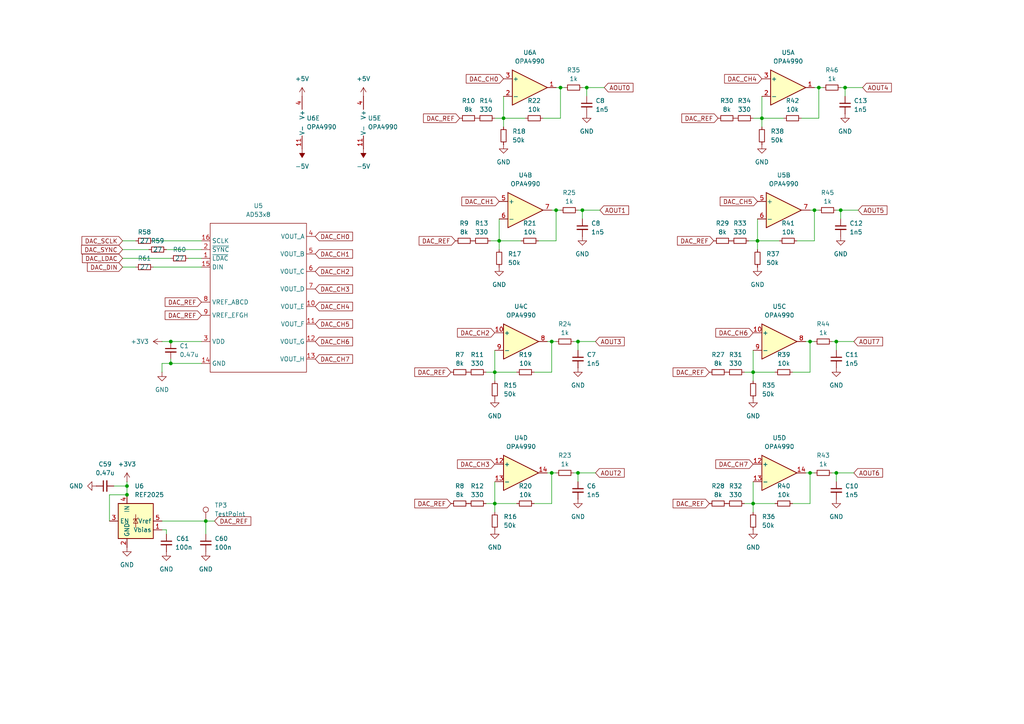
<source format=kicad_sch>
(kicad_sch (version 20231120) (generator "eeschema") (generator_version "8.0")
  (paper "A4")
  (lib_symbols
    (symbol "Amplifier_Operational:LMV324" (pin_names (offset 0.127))
      (property "Reference" "U" (at 0 5.08 0))
      (property "Value" "LMV324" (at 0 -5.08 0))
      (symbol "LMV324_1_1"
        (polyline (pts (xy -5.08 5.08) (xy 5.08 0) (xy -5.08 -5.08) (xy -5.08 5.08)) (stroke (width 0.254)) (fill (type background)))
        (pin output line (at 7.62 0 180) (length 2.54) (name "~") (number "1"))
        (pin input line (at -7.62 -2.54 0) (length 2.54) (name "-") (number "2"))
        (pin input line (at -7.62 2.54 0) (length 2.54) (name "+") (number "3"))
      )
      (symbol "LMV324_2_1"
        (polyline (pts (xy -5.08 5.08) (xy 5.08 0) (xy -5.08 -5.08) (xy -5.08 5.08)) (stroke (width 0.254)) (fill (type background)))
        (pin input line (at -7.62 2.54 0) (length 2.54) (name "+") (number "5"))
        (pin input line (at -7.62 -2.54 0) (length 2.54) (name "-") (number "6"))
        (pin output line (at 7.62 0 180) (length 2.54) (name "~") (number "7"))
      )
      (symbol "LMV324_3_1"
        (polyline (pts (xy -5.08 5.08) (xy 5.08 0) (xy -5.08 -5.08) (xy -5.08 5.08)) (stroke (width 0.254)) (fill (type background)))
        (pin input line (at -7.62 2.54 0) (length 2.54) (name "+") (number "10"))
        (pin output line (at 7.62 0 180) (length 2.54) (name "~") (number "8"))
        (pin input line (at -7.62 -2.54 0) (length 2.54) (name "-") (number "9"))
      )
      (symbol "LMV324_4_1"
        (polyline (pts (xy -5.08 5.08) (xy 5.08 0) (xy -5.08 -5.08) (xy -5.08 5.08)) (stroke (width 0.254)) (fill (type background)))
        (pin input line (at -7.62 2.54 0) (length 2.54) (name "+") (number "12"))
        (pin input line (at -7.62 -2.54 0) (length 2.54) (name "-") (number "13"))
        (pin output line (at 7.62 0 180) (length 2.54) (name "~") (number "14"))
      )
      (symbol "LMV324_5_1"
        (pin power_in line (at -2.54 -7.62 90) (length 3.81) (name "V-") (number "11"))
        (pin power_in line (at -2.54 7.62 270) (length 3.81) (name "V+") (number "4"))
      )
    )
    (symbol "Connector:TestPoint" (pin_numbers hide) (pin_names (offset 0.762) hide)
      (property "Reference" "TP" (at 0 6.858 0))
      (property "Value" "TestPoint" (at 0 5.08 0))
      (symbol "TestPoint_0_1"
        (circle (center 0 3.302) (radius 0.762))
      )
      (symbol "TestPoint_1_1"
        (pin passive line (at 0 0 90) (length 2.54) (name "1") (number "1"))
      )
    )
    (symbol "Device:C_Small" (pin_numbers hide) (pin_names (offset 0.254) hide)
      (property "Reference" "C" (at 0.254 1.778 0))
      (property "Value" "C_Small" (at 0.254 -2.032 0))
      (symbol "C_Small_0_1"
        (polyline (pts (xy -1.524 -0.508) (xy 1.524 -0.508)) (stroke (width 0.3302)))
        (polyline (pts (xy -1.524 0.508) (xy 1.524 0.508)) (stroke (width 0.3048)))
      )
      (symbol "C_Small_1_1"
        (pin passive line (at 0 2.54 270) (length 2.032) (name "~") (number "1"))
        (pin passive line (at 0 -2.54 90) (length 2.032) (name "~") (number "2"))
      )
    )
    (symbol "Device:R_Small" (pin_numbers hide) (pin_names (offset 0.254) hide)
      (property "Reference" "R" (at 0.762 0.508 0))
      (property "Value" "R_Small" (at 0.762 -1.016 0))
      (symbol "R_Small_0_1"
        (rectangle (start -0.762 1.778) (end 0.762 -1.778) (stroke (width 0.2032)))
      )
      (symbol "R_Small_1_1"
        (pin passive line (at 0 2.54 270) (length 0.762) (name "~") (number "1"))
        (pin passive line (at 0 -2.54 90) (length 0.762) (name "~") (number "2"))
      )
    )
    (symbol "Reference_Voltage:REF2025"
      (property "Reference" "U?" (at 5.08 7.62 0))
      (property "Value" "REF2025" (at -2.54 7.62 0))
      (symbol "REF2025_0_1"
        (rectangle (start -5.08 5.08) (end 5.08 -5.08) (stroke (width 0.254)) (fill (type background)))
        (polyline (pts (xy 0 1.905) (xy 0 -1.905)))
        (polyline (pts (xy -0.635 -0.635) (xy 0.635 -0.635) (xy 0 0.635) (xy -0.635 -0.635)))
        (polyline (pts (xy 0.635 1.016) (xy 0.635 0.635) (xy -0.635 0.635) (xy -0.635 0.254)))
      )
      (symbol "REF2025_1_1"
        (pin output line (at 7.62 -2.54 180) (length 2.54) (name "Vbias") (number "1"))
        (pin power_in line (at -2.54 -7.62 90) (length 2.54) (name "GND") (number "2"))
        (pin input line (at -7.62 0 0) (length 2.54) (name "EN") (number "3"))
        (pin power_in line (at -2.54 7.62 270) (length 2.54) (name "IN") (number "4"))
        (pin output line (at 7.62 0 180) (length 2.54) (name "Vref") (number "5"))
      )
    )
    (symbol "power:+3V3" (power) (pin_numbers hide) (pin_names (offset 0) hide)
      (property "Value" "+3V3" (at 0 3.556 0))
      (symbol "+3V3_0_1"
        (polyline (pts (xy -0.762 1.27) (xy 0 2.54)))
        (polyline (pts (xy 0 0) (xy 0 2.54)))
        (polyline (pts (xy 0 2.54) (xy 0.762 1.27)))
      )
      (symbol "+3V3_1_1"
        (pin power_in line (at 0 0 90) (length 0) (name "~") (number "1"))
      )
    )
    (symbol "power:+5V" (power) (pin_numbers hide) (pin_names (offset 0) hide)
      (property "Value" "+5V" (at 0 3.556 0))
      (symbol "+5V_0_1"
        (polyline (pts (xy -0.762 1.27) (xy 0 2.54)))
        (polyline (pts (xy 0 0) (xy 0 2.54)))
        (polyline (pts (xy 0 2.54) (xy 0.762 1.27)))
      )
      (symbol "+5V_1_1"
        (pin power_in line (at 0 0 90) (length 0) (name "~") (number "1"))
      )
    )
    (symbol "power:-5V" (power) (pin_numbers hide) (pin_names (offset 0) hide)
      (property "Value" "-5V" (at 0 3.556 0))
      (symbol "-5V_0_0"
        (pin power_in line (at 0 0 90) (length 0) (name "~") (number "1"))
      )
      (symbol "-5V_0_1"
        (polyline (pts (xy 0 0) (xy 0 1.27) (xy 0.762 1.27) (xy 0 2.54) (xy -0.762 1.27) (xy 0 1.27)) (fill (type outline)))
      )
    )
    (symbol "power:GND" (power) (pin_numbers hide) (pin_names (offset 0) hide)
      (property "Value" "GND" (at 0 -3.81 0))
      (symbol "GND_0_1"
        (polyline (pts (xy 0 0) (xy 0 -1.27) (xy 1.27 -1.27) (xy 0 -2.54) (xy -1.27 -1.27) (xy 0 -1.27)))
      )
      (symbol "GND_1_1"
        (pin power_in line (at 0 0 270) (length 0) (name "~") (number "1"))
      )
    )
    (symbol "user_dac:ad5328"
      (property "Reference" "U" (at -11.938 9.906 0))
      (property "Value" "AD53x8" (at 0 0 0))
      (symbol "ad5328_0_0"
        (pin unspecified line (at 17.78 -16.51 180) (length 2.54) (name "VOUT_E") (number "10"))
        (pin unspecified line (at 17.78 -21.59 180) (length 2.54) (name "VOUT_F") (number "11"))
        (pin unspecified line (at 17.78 -26.67 180) (length 2.54) (name "VOUT_G") (number "12"))
        (pin unspecified line (at 17.78 -31.75 180) (length 2.54) (name "VOUT_H") (number "13"))
        (pin power_in line (at -15.24 -33.02 0) (length 2.54) (name "GND") (number "14"))
        (pin unspecified line (at -15.24 -5.08 0) (length 2.54) (name "DIN") (number "15"))
        (pin unspecified line (at -15.24 2.54 0) (length 2.54) (name "SCLK") (number "16"))
        (pin power_in line (at -15.24 -26.67 0) (length 2.54) (name "VDD") (number "3"))
        (pin unspecified line (at 17.78 3.81 180) (length 2.54) (name "VOUT_A") (number "4"))
        (pin unspecified line (at 17.78 -1.27 180) (length 2.54) (name "VOUT_B") (number "5"))
        (pin unspecified line (at 17.78 -6.35 180) (length 2.54) (name "VOUT_C") (number "6"))
        (pin unspecified line (at 17.78 -11.43 180) (length 2.54) (name "VOUT_D") (number "7"))
        (pin unspecified line (at -15.24 -15.24 0) (length 2.54) (name "VREF_ABCD") (number "8"))
        (pin unspecified line (at -15.24 -19.05 0) (length 2.54) (name "VREF_EFGH") (number "9"))
      )
      (symbol "ad5328_0_1"
        (rectangle (start -12.7 7.62) (end 15.24 -35.56))
      )
      (symbol "ad5328_1_0"
        (pin unspecified line (at -15.24 -2.54 0) (length 2.54) (name "~{LDAC}") (number "1"))
        (pin unspecified line (at -15.24 0 0) (length 2.54) (name "~{SYNC}") (number "2"))
      )
    )
  )
  (junction (at 36.83 140.97))
  (junction (at 162.56 25.4))
  (junction (at 237.49 25.4))
  (junction (at 144.78 69.85))
  (junction (at 234.95 99.06))
  (junction (at 218.44 146.05))
  (junction (at 242.57 137.16))
  (junction (at 218.44 107.95))
  (junction (at 161.29 60.96))
  (junction (at 167.64 137.16))
  (junction (at 160.02 99.06))
  (junction (at 168.91 60.96))
  (junction (at 245.11 25.4))
  (junction (at 219.71 69.85))
  (junction (at 160.02 137.16))
  (junction (at 143.51 146.05))
  (junction (at 146.05 34.29))
  (junction (at 143.51 107.95))
  (junction (at 59.69 151.13))
  (junction (at 234.95 137.16))
  (junction (at 49.53 99.06))
  (junction (at 170.18 25.4))
  (junction (at 220.98 34.29))
  (junction (at 49.53 105.41))
  (junction (at 236.22 60.96))
  (junction (at 36.83 143.51))
  (junction (at 243.84 60.96))
  (junction (at 167.64 99.06))
  (junction (at 242.57 99.06))
  (wire (pts (xy 144.78 69.85) (xy 151.13 69.85)))
  (wire (pts (xy 218.44 34.29) (xy 220.98 34.29)))
  (wire (pts (xy 219.71 69.85) (xy 226.06 69.85)))
  (wire (pts (xy 236.22 60.96) (xy 237.49 60.96)))
  (wire (pts (xy 215.9 107.95) (xy 218.44 107.95)))
  (wire (pts (xy 242.57 99.06) (xy 247.65 99.06)))
  (wire (pts (xy 46.99 99.06) (xy 49.53 99.06)))
  (wire (pts (xy 161.29 60.96) (xy 162.56 60.96)))
  (wire (pts (xy 35.56 69.85) (xy 39.37 69.85)))
  (wire (pts (xy 35.56 72.39) (xy 43.18 72.39)))
  (wire (pts (xy 170.18 25.4) (xy 175.26 25.4)))
  (wire (pts (xy 143.51 148.59) (xy 143.51 146.05)))
  (wire (pts (xy 168.91 63.5) (xy 168.91 60.96)))
  (wire (pts (xy 220.98 27.94) (xy 220.98 34.29)))
  (wire (pts (xy 160.02 137.16) (xy 161.29 137.16)))
  (wire (pts (xy 233.68 137.16) (xy 234.95 137.16)))
  (wire (pts (xy 59.69 151.13) (xy 59.69 154.94)))
  (wire (pts (xy 36.83 139.7) (xy 36.83 140.97)))
  (wire (pts (xy 160.02 137.16) (xy 160.02 146.05)))
  (wire (pts (xy 242.57 139.7) (xy 242.57 137.16)))
  (wire (pts (xy 162.56 25.4) (xy 163.83 25.4)))
  (wire (pts (xy 59.69 151.13) (xy 62.23 151.13)))
  (wire (pts (xy 170.18 25.4) (xy 168.91 25.4)))
  (wire (pts (xy 167.64 101.6) (xy 167.64 99.06)))
  (wire (pts (xy 143.51 101.6) (xy 143.51 107.95)))
  (wire (pts (xy 54.61 74.93) (xy 58.42 74.93)))
  (wire (pts (xy 167.64 139.7) (xy 167.64 137.16)))
  (wire (pts (xy 49.53 105.41) (xy 46.99 105.41)))
  (wire (pts (xy 236.22 25.4) (xy 237.49 25.4)))
  (wire (pts (xy 162.56 25.4) (xy 162.56 34.29)))
  (wire (pts (xy 160.02 99.06) (xy 160.02 107.95)))
  (wire (pts (xy 236.22 60.96) (xy 236.22 69.85)))
  (wire (pts (xy 234.95 99.06) (xy 236.22 99.06)))
  (wire (pts (xy 242.57 137.16) (xy 241.3 137.16)))
  (wire (pts (xy 218.44 146.05) (xy 224.79 146.05)))
  (wire (pts (xy 242.57 137.16) (xy 247.65 137.16)))
  (wire (pts (xy 234.95 99.06) (xy 234.95 107.95)))
  (wire (pts (xy 167.64 99.06) (xy 166.37 99.06)))
  (wire (pts (xy 48.26 72.39) (xy 58.42 72.39)))
  (wire (pts (xy 167.64 99.06) (xy 172.72 99.06)))
  (wire (pts (xy 219.71 72.39) (xy 219.71 69.85)))
  (wire (pts (xy 154.94 146.05) (xy 160.02 146.05)))
  (wire (pts (xy 158.75 99.06) (xy 160.02 99.06)))
  (wire (pts (xy 157.48 34.29) (xy 162.56 34.29)))
  (wire (pts (xy 218.44 139.7) (xy 218.44 146.05)))
  (wire (pts (xy 143.51 110.49) (xy 143.51 107.95)))
  (wire (pts (xy 154.94 107.95) (xy 160.02 107.95)))
  (wire (pts (xy 167.64 137.16) (xy 172.72 137.16)))
  (wire (pts (xy 146.05 36.83) (xy 146.05 34.29)))
  (wire (pts (xy 243.84 63.5) (xy 243.84 60.96)))
  (wire (pts (xy 229.87 146.05) (xy 234.95 146.05)))
  (wire (pts (xy 245.11 25.4) (xy 243.84 25.4)))
  (wire (pts (xy 215.9 146.05) (xy 218.44 146.05)))
  (wire (pts (xy 49.53 104.14) (xy 49.53 105.41)))
  (wire (pts (xy 170.18 27.94) (xy 170.18 25.4)))
  (wire (pts (xy 46.99 153.67) (xy 48.26 153.67)))
  (wire (pts (xy 237.49 25.4) (xy 237.49 34.29)))
  (wire (pts (xy 219.71 63.5) (xy 219.71 69.85)))
  (wire (pts (xy 245.11 27.94) (xy 245.11 25.4)))
  (wire (pts (xy 220.98 36.83) (xy 220.98 34.29)))
  (wire (pts (xy 232.41 34.29) (xy 237.49 34.29)))
  (wire (pts (xy 44.45 77.47) (xy 58.42 77.47)))
  (wire (pts (xy 218.44 107.95) (xy 224.79 107.95)))
  (wire (pts (xy 36.83 140.97) (xy 36.83 143.51)))
  (wire (pts (xy 161.29 25.4) (xy 162.56 25.4)))
  (wire (pts (xy 160.02 99.06) (xy 161.29 99.06)))
  (wire (pts (xy 161.29 60.96) (xy 161.29 69.85)))
  (wire (pts (xy 231.14 69.85) (xy 236.22 69.85)))
  (wire (pts (xy 243.84 60.96) (xy 242.57 60.96)))
  (wire (pts (xy 48.26 153.67) (xy 48.26 154.94)))
  (wire (pts (xy 146.05 27.94) (xy 146.05 34.29)))
  (wire (pts (xy 31.75 151.13) (xy 31.75 143.51)))
  (wire (pts (xy 158.75 137.16) (xy 160.02 137.16)))
  (wire (pts (xy 160.02 60.96) (xy 161.29 60.96)))
  (wire (pts (xy 143.51 107.95) (xy 149.86 107.95)))
  (wire (pts (xy 234.95 60.96) (xy 236.22 60.96)))
  (wire (pts (xy 237.49 25.4) (xy 238.76 25.4)))
  (wire (pts (xy 44.45 69.85) (xy 58.42 69.85)))
  (wire (pts (xy 233.68 99.06) (xy 234.95 99.06)))
  (wire (pts (xy 167.64 137.16) (xy 166.37 137.16)))
  (wire (pts (xy 245.11 25.4) (xy 250.19 25.4)))
  (wire (pts (xy 156.21 69.85) (xy 161.29 69.85)))
  (wire (pts (xy 144.78 72.39) (xy 144.78 69.85)))
  (wire (pts (xy 49.53 99.06) (xy 58.42 99.06)))
  (wire (pts (xy 168.91 60.96) (xy 173.99 60.96)))
  (wire (pts (xy 140.97 146.05) (xy 143.51 146.05)))
  (wire (pts (xy 142.24 69.85) (xy 144.78 69.85)))
  (wire (pts (xy 218.44 148.59) (xy 218.44 146.05)))
  (wire (pts (xy 217.17 69.85) (xy 219.71 69.85)))
  (wire (pts (xy 35.56 74.93) (xy 49.53 74.93)))
  (wire (pts (xy 143.51 34.29) (xy 146.05 34.29)))
  (wire (pts (xy 143.51 146.05) (xy 149.86 146.05)))
  (wire (pts (xy 220.98 34.29) (xy 227.33 34.29)))
  (wire (pts (xy 144.78 63.5) (xy 144.78 69.85)))
  (wire (pts (xy 143.51 139.7) (xy 143.51 146.05)))
  (wire (pts (xy 243.84 60.96) (xy 248.92 60.96)))
  (wire (pts (xy 242.57 101.6) (xy 242.57 99.06)))
  (wire (pts (xy 146.05 34.29) (xy 152.4 34.29)))
  (wire (pts (xy 218.44 110.49) (xy 218.44 107.95)))
  (wire (pts (xy 218.44 101.6) (xy 218.44 107.95)))
  (wire (pts (xy 168.91 60.96) (xy 167.64 60.96)))
  (wire (pts (xy 242.57 99.06) (xy 241.3 99.06)))
  (wire (pts (xy 35.56 77.47) (xy 39.37 77.47)))
  (wire (pts (xy 58.42 105.41) (xy 49.53 105.41)))
  (wire (pts (xy 31.75 143.51) (xy 36.83 143.51)))
  (wire (pts (xy 46.99 105.41) (xy 46.99 107.95)))
  (wire (pts (xy 46.99 151.13) (xy 59.69 151.13)))
  (wire (pts (xy 234.95 137.16) (xy 236.22 137.16)))
  (wire (pts (xy 33.02 140.97) (xy 36.83 140.97)))
  (wire (pts (xy 229.87 107.95) (xy 234.95 107.95)))
  (wire (pts (xy 234.95 137.16) (xy 234.95 146.05)))
  (wire (pts (xy 140.97 107.95) (xy 143.51 107.95)))
  (global_label "DAC_CH7" (shape input) (at 91.44 104.14 0) (property "Intersheetrefs" "${INTERSHEET_REFS}" (effects (hide yes))))
  (global_label "DAC_CH5" (shape input) (at 91.44 93.98 0) (property "Intersheetrefs" "${INTERSHEET_REFS}" (effects (hide yes))))
  (global_label "DAC_CH3" (shape input) (at 143.51 134.62 180) (property "Intersheetrefs" "${INTERSHEET_REFS}" (effects (hide yes))))
  (global_label "DAC_CH0" (shape input) (at 91.44 68.58 0) (property "Intersheetrefs" "${INTERSHEET_REFS}" (effects (hide yes))))
  (global_label "DAC_CH1" (shape input) (at 144.78 58.42 180) (property "Intersheetrefs" "${INTERSHEET_REFS}" (effects (hide yes))))
  (global_label "DAC_REF" (shape input) (at 208.28 34.29 180) (property "Intersheetrefs" "${INTERSHEET_REFS}" (effects (hide yes))))
  (global_label "DAC_CH5" (shape input) (at 219.71 58.42 180) (property "Intersheetrefs" "${INTERSHEET_REFS}" (effects (hide yes))))
  (global_label "AOUT0" (shape input) (at 175.26 25.4 0) (property "Intersheetrefs" "${INTERSHEET_REFS}" (effects (hide yes))))
  (global_label "DAC_CH6" (shape input) (at 218.44 96.52 180) (property "Intersheetrefs" "${INTERSHEET_REFS}" (effects (hide yes))))
  (global_label "DAC_CH0" (shape input) (at 146.05 22.86 180) (property "Intersheetrefs" "${INTERSHEET_REFS}" (effects (hide yes))))
  (global_label "AOUT3" (shape input) (at 172.72 99.06 0) (property "Intersheetrefs" "${INTERSHEET_REFS}" (effects (hide yes))))
  (global_label "DAC_REF" (shape input) (at 58.42 87.63 180) (property "Intersheetrefs" "${INTERSHEET_REFS}" (effects (hide yes))))
  (global_label "DAC_SYNC" (shape input) (at 35.56 72.39 180) (property "Intersheetrefs" "${INTERSHEET_REFS}" (effects (hide yes))))
  (global_label "DAC_REF" (shape input) (at 133.35 34.29 180) (property "Intersheetrefs" "${INTERSHEET_REFS}" (effects (hide yes))))
  (global_label "DAC_REF" (shape input) (at 207.01 69.85 180) (property "Intersheetrefs" "${INTERSHEET_REFS}" (effects (hide yes))))
  (global_label "DAC_REF" (shape input) (at 205.74 146.05 180) (property "Intersheetrefs" "${INTERSHEET_REFS}" (effects (hide yes))))
  (global_label "AOUT6" (shape input) (at 247.65 137.16 0) (property "Intersheetrefs" "${INTERSHEET_REFS}" (effects (hide yes))))
  (global_label "DAC_LDAC" (shape input) (at 35.56 74.93 180) (property "Intersheetrefs" "${INTERSHEET_REFS}" (effects (hide yes))))
  (global_label "AOUT5" (shape input) (at 248.92 60.96 0) (property "Intersheetrefs" "${INTERSHEET_REFS}" (effects (hide yes))))
  (global_label "DAC_CH2" (shape input) (at 91.44 78.74 0) (property "Intersheetrefs" "${INTERSHEET_REFS}" (effects (hide yes))))
  (global_label "DAC_CH4" (shape input) (at 91.44 88.9 0) (property "Intersheetrefs" "${INTERSHEET_REFS}" (effects (hide yes))))
  (global_label "DAC_REF" (shape input) (at 132.08 69.85 180) (property "Intersheetrefs" "${INTERSHEET_REFS}" (effects (hide yes))))
  (global_label "DAC_CH1" (shape input) (at 91.44 73.66 0) (property "Intersheetrefs" "${INTERSHEET_REFS}" (effects (hide yes))))
  (global_label "DAC_CH4" (shape input) (at 220.98 22.86 180) (property "Intersheetrefs" "${INTERSHEET_REFS}" (effects (hide yes))))
  (global_label "DAC_CH3" (shape input) (at 91.44 83.82 0) (property "Intersheetrefs" "${INTERSHEET_REFS}" (effects (hide yes))))
  (global_label "DAC_DIN" (shape input) (at 35.56 77.47 180) (property "Intersheetrefs" "${INTERSHEET_REFS}" (effects (hide yes))))
  (global_label "DAC_REF" (shape input) (at 62.23 151.13 0) (property "Intersheetrefs" "${INTERSHEET_REFS}" (effects (hide yes))))
  (global_label "DAC_SCLK" (shape input) (at 35.56 69.85 180) (property "Intersheetrefs" "${INTERSHEET_REFS}" (effects (hide yes))))
  (global_label "AOUT4" (shape input) (at 250.19 25.4 0) (property "Intersheetrefs" "${INTERSHEET_REFS}" (effects (hide yes))))
  (global_label "DAC_REF" (shape input) (at 130.81 107.95 180) (property "Intersheetrefs" "${INTERSHEET_REFS}" (effects (hide yes))))
  (global_label "AOUT2" (shape input) (at 172.72 137.16 0) (property "Intersheetrefs" "${INTERSHEET_REFS}" (effects (hide yes))))
  (global_label "DAC_REF" (shape input) (at 58.42 91.44 180) (property "Intersheetrefs" "${INTERSHEET_REFS}" (effects (hide yes))))
  (global_label "AOUT7" (shape input) (at 247.65 99.06 0) (property "Intersheetrefs" "${INTERSHEET_REFS}" (effects (hide yes))))
  (global_label "DAC_CH6" (shape input) (at 91.44 99.06 0) (property "Intersheetrefs" "${INTERSHEET_REFS}" (effects (hide yes))))
  (global_label "DAC_REF" (shape input) (at 130.81 146.05 180) (property "Intersheetrefs" "${INTERSHEET_REFS}" (effects (hide yes))))
  (global_label "DAC_CH2" (shape input) (at 143.51 96.52 180) (property "Intersheetrefs" "${INTERSHEET_REFS}" (effects (hide yes))))
  (global_label "DAC_CH7" (shape input) (at 218.44 134.62 180) (property "Intersheetrefs" "${INTERSHEET_REFS}" (effects (hide yes))))
  (global_label "AOUT1" (shape input) (at 173.99 60.96 0) (property "Intersheetrefs" "${INTERSHEET_REFS}" (effects (hide yes))))
  (global_label "DAC_REF" (shape input) (at 205.74 107.95 180) (property "Intersheetrefs" "${INTERSHEET_REFS}" (effects (hide yes))))
  (symbol (lib_id "power:+5V") (at 105.41 27.94 0) (unit 1)
    (property "Reference" "#PWR033" (effects (hide yes)))
    (property "Value" "+5V" (at 105.41 22.86 0))
    (property "Description" "Power symbol creates a global label with name \"+5V\"" (effects (hide yes)))
  )
  (symbol (lib_id "Device:R_Small") (at 213.36 107.95 90) (unit 1)
    (property "Reference" "R31" (at 213.36 102.87 90))
    (property "Value" "330" (at 213.36 105.41 90))
    (property "Footprint" "Resistor_SMD:R_0603_1608Metric" (effects (hide yes)))
    (property "Description" "Resistor, small symbol" (effects (hide yes)))
  )
  (symbol (lib_id "power:GND") (at 220.98 41.91 0) (unit 1)
    (property "Reference" "#PWR028" (effects (hide yes)))
    (property "Value" "GND" (at 220.98 46.99 0))
    (property "Description" "Power symbol creates a global label with name \"GND\" , ground" (effects (hide yes)))
  )
  (symbol (lib_id "power:GND") (at 144.78 77.47 0) (unit 1)
    (property "Reference" "#PWR019" (effects (hide yes)))
    (property "Value" "GND" (at 144.78 82.55 0))
    (property "Description" "Power symbol creates a global label with name \"GND\" , ground" (effects (hide yes)))
  )
  (symbol (lib_id "power:GND") (at 143.51 115.57 0) (unit 1)
    (property "Reference" "#PWR017" (effects (hide yes)))
    (property "Value" "GND" (at 143.51 120.65 0))
    (property "Description" "Power symbol creates a global label with name \"GND\" , ground" (effects (hide yes)))
  )
  (symbol (lib_id "Amplifier_Operational:LMV324") (at 107.95 35.56 0) (unit 5)
    (property "Reference" "U5" (at 106.68 34.2899 0) (effects (justify left)))
    (property "Value" "OPA4990" (at 106.68 36.8299 0) (effects (justify left)))
    (property "Footprint" "Package_SO:TSSOP-14_4.4x5mm_P0.65mm" (effects (hide yes)))
    (property "Datasheet" "http://www.ti.com/lit/ds/symlink/lmv324.pdf" (effects (hide yes)))
    (property "Description" "Quad Low-Voltage Rail-to-Rail Output Operational Amplifier, SOIC-14/SSOP-14" (effects (hide yes)))
    (property "JLCPCB Part #" "C2862600" (effects (hide yes)))
  )
  (symbol (lib_id "Device:C_Small") (at 242.57 104.14 0) (unit 1)
    (property "Reference" "C11" (at 245.11 102.8763 0) (effects (justify left)))
    (property "Value" "1n5" (at 245.11 105.4163 0) (effects (justify left)))
    (property "Footprint" "Capacitor_SMD:C_0402_1005Metric" (effects (hide yes)))
    (property "JLCPCB" "C106255" (effects (hide yes)))
  )
  (symbol (lib_id "Amplifier_Operational:LMV324") (at 226.06 137.16 0) (unit 4)
    (property "Reference" "U5" (at 226.06 127 0))
    (property "Value" "OPA4990" (at 226.06 129.54 0))
    (property "Footprint" "Package_SO:TSSOP-14_4.4x5mm_P0.65mm" (effects (hide yes)))
    (property "Datasheet" "http://www.ti.com/lit/ds/symlink/lmv324.pdf" (effects (hide yes)))
    (property "Description" "Quad Low-Voltage Rail-to-Rail Output Operational Amplifier, SOIC-14/SSOP-14" (effects (hide yes)))
    (property "JLCPCB Part #" "C2862600" (effects (hide yes)))
  )
  (symbol (lib_id "power:GND") (at 143.51 153.67 0) (unit 1)
    (property "Reference" "#PWR018" (effects (hide yes)))
    (property "Value" "GND" (at 143.51 158.75 0))
    (property "Description" "Power symbol creates a global label with name \"GND\" , ground" (effects (hide yes)))
  )
  (symbol (lib_id "Device:C_Small") (at 167.64 104.14 0) (unit 1)
    (property "Reference" "C7" (at 170.18 102.8763 0) (effects (justify left)))
    (property "Value" "1n5" (at 170.18 105.4163 0) (effects (justify left)))
    (property "Footprint" "Capacitor_SMD:C_0402_1005Metric" (effects (hide yes)))
    (property "JLCPCB" "C106255" (effects (hide yes)))
  )
  (symbol (lib_id "Device:R_Small") (at 238.76 137.16 90) (unit 1)
    (property "Reference" "R43" (at 238.76 132.08 90))
    (property "Value" "1k" (at 238.76 134.62 90))
    (property "Footprint" "Resistor_SMD:R_0402_1005Metric" (effects (hide yes)))
    (property "JLCPCB" "C409681" (effects (hide yes)))
  )
  (symbol (lib_id "Device:R_Small") (at 144.78 74.93 180) (unit 1)
    (property "Reference" "R17" (at 147.32 73.6599 0) (effects (justify right)))
    (property "Value" "50k" (at 147.32 76.1999 0) (effects (justify right)))
    (property "Footprint" "Resistor_SMD:R_0603_1608Metric" (effects (hide yes)))
    (property "Description" "Resistor, small symbol" (effects (hide yes)))
    (property "JLCPCB Part #" "C304067" (effects (hide yes)))
  )
  (symbol (lib_id "Device:R_Small") (at 52.07 74.93 270) (unit 1)
    (property "Reference" "R60" (at 52.07 72.39 90))
    (property "Value" "27" (at 52.07 74.93 90))
    (property "Footprint" "Resistor_SMD:R_0402_1005Metric" (effects (hide yes)))
    (instances (project "ohsim_launchpad" (path "" (reference "R60") (unit 1))) (project "ohsim_launchpad" (path "" (reference "R6") (unit 1))))
  )
  (symbol (lib_id "power:GND") (at 168.91 68.58 0) (unit 1)
    (property "Reference" "#PWR023" (effects (hide yes)))
    (property "Value" "GND" (at 168.91 73.66 0))
    (property "Description" "Power symbol creates a global label with name \"GND\" , ground" (effects (hide yes)))
  )
  (symbol (lib_id "Device:R_Small") (at 146.05 39.37 180) (unit 1)
    (property "Reference" "R18" (at 148.59 38.0999 0) (effects (justify right)))
    (property "Value" "50k" (at 148.59 40.6399 0) (effects (justify right)))
    (property "Footprint" "Resistor_SMD:R_0603_1608Metric" (effects (hide yes)))
    (property "Description" "Resistor, small symbol" (effects (hide yes)))
    (property "JLCPCB Part #" "C304067" (effects (hide yes)))
  )
  (symbol (lib_id "Device:R_Small") (at 227.33 146.05 90) (unit 1)
    (property "Reference" "R40" (at 227.33 140.97 90))
    (property "Value" "10k" (at 227.33 143.51 90))
    (property "Footprint" "Resistor_SMD:R_0603_1608Metric" (effects (hide yes)))
    (property "Description" "Resistor, small symbol" (effects (hide yes)))
  )
  (symbol (lib_id "Amplifier_Operational:LMV324") (at 228.6 25.4 0) (unit 1)
    (property "Reference" "U5" (at 228.6 15.24 0))
    (property "Value" "OPA4990" (at 228.6 17.78 0))
    (property "Footprint" "Package_SO:TSSOP-14_4.4x5mm_P0.65mm" (effects (hide yes)))
    (property "Datasheet" "http://www.ti.com/lit/ds/symlink/lmv324.pdf" (effects (hide yes)))
    (property "Description" "Quad Low-Voltage Rail-to-Rail Output Operational Amplifier, SOIC-14/SSOP-14" (effects (hide yes)))
    (property "JLCPCB Part #" "C2862600" (effects (hide yes)))
  )
  (symbol (lib_id "Device:C_Small") (at 48.26 157.48 0) (unit 1)
    (property "Reference" "C61" (at 51.054 156.21 0) (effects (justify left)))
    (property "Value" "100n" (at 50.8 158.7563 0) (effects (justify left)))
    (property "Footprint" "Capacitor_SMD:C_0402_1005Metric" (effects (hide yes)))
    (property "JLCPCB" "C106255" (effects (hide yes)))
    (instances (project "ohsim_launchpad" (path "" (reference "C61") (unit 1))) (project "ohsim_launchpad" (path "" (reference "C3") (unit 1))))
  )
  (symbol (lib_id "Device:R_Small") (at 152.4 107.95 90) (unit 1)
    (property "Reference" "R19" (at 152.4 102.87 90))
    (property "Value" "10k" (at 152.4 105.41 90))
    (property "Footprint" "Resistor_SMD:R_0603_1608Metric" (effects (hide yes)))
    (property "Description" "Resistor, small symbol" (effects (hide yes)))
  )
  (symbol (lib_id "Device:R_Small") (at 41.91 77.47 270) (unit 1)
    (property "Reference" "R61" (at 41.91 74.93 90))
    (property "Value" "27" (at 41.91 77.47 90))
    (property "Footprint" "Resistor_SMD:R_0402_1005Metric" (effects (hide yes)))
    (instances (project "ohsim_launchpad" (path "" (reference "R61") (unit 1))) (project "ohsim_launchpad" (path "" (reference "R4") (unit 1))))
  )
  (symbol (lib_id "power:GND") (at 46.99 107.95 0) (unit 1)
    (property "Reference" "#PWR019" (effects (hide yes)))
    (property "Value" "GND" (at 46.99 113.03 0))
    (property "Description" "Power symbol creates a global label with name \"GND\" , ground" (effects (hide yes)))
    (instances (project "" (path "" (reference "#PWR019") (unit 1))) (project "" (path "" (reference "#PWR012") (unit 1))))
  )
  (symbol (lib_id "Device:R_Small") (at 219.71 74.93 180) (unit 1)
    (property "Reference" "R37" (at 222.25 73.6599 0) (effects (justify right)))
    (property "Value" "50k" (at 222.25 76.1999 0) (effects (justify right)))
    (property "Footprint" "Resistor_SMD:R_0603_1608Metric" (effects (hide yes)))
    (property "Description" "Resistor, small symbol" (effects (hide yes)))
    (property "JLCPCB Part #" "C304067" (effects (hide yes)))
  )
  (symbol (lib_id "Device:R_Small") (at 163.83 137.16 90) (unit 1)
    (property "Reference" "R23" (at 163.83 132.08 90))
    (property "Value" "1k" (at 163.83 134.62 90))
    (property "Footprint" "Resistor_SMD:R_0402_1005Metric" (effects (hide yes)))
    (property "JLCPCB" "C409681" (effects (hide yes)))
  )
  (symbol (lib_id "Device:R_Small") (at 208.28 146.05 90) (unit 1)
    (property "Reference" "R28" (at 208.28 140.97 90))
    (property "Value" "8k" (at 208.28 143.51 90))
    (property "Footprint" "Resistor_SMD:R_0603_1608Metric" (effects (hide yes)))
    (property "Description" "Resistor, small symbol" (effects (hide yes)))
    (property "JLCPCB Part #" "C862311" (effects (hide yes)))
  )
  (symbol (lib_id "power:GND") (at 27.94 140.97 270) (unit 1)
    (property "Reference" "#PWR0106" (effects (hide yes)))
    (property "Value" "GND" (at 24.13 140.9699 90) (effects (justify right)))
    (property "Description" "Power symbol creates a global label with name \"GND\" , ground" (effects (hide yes)))
    (instances (project "ohsim_launchpad" (path "" (reference "#PWR0106") (unit 1))) (project "ohsim_launchpad" (path "" (reference "#PWR08") (unit 1))))
  )
  (symbol (lib_id "Device:R_Small") (at 139.7 69.85 90) (unit 1)
    (property "Reference" "R13" (at 139.7 64.77 90))
    (property "Value" "330" (at 139.7 67.31 90))
    (property "Footprint" "Resistor_SMD:R_0603_1608Metric" (effects (hide yes)))
    (property "Description" "Resistor, small symbol" (effects (hide yes)))
  )
  (symbol (lib_id "Device:R_Small") (at 241.3 25.4 90) (unit 1)
    (property "Reference" "R46" (at 241.3 20.32 90))
    (property "Value" "1k" (at 241.3 22.86 90))
    (property "Footprint" "Resistor_SMD:R_0402_1005Metric" (effects (hide yes)))
    (property "JLCPCB" "C409681" (effects (hide yes)))
  )
  (symbol (lib_id "Device:R_Small") (at 154.94 34.29 90) (unit 1)
    (property "Reference" "R22" (at 154.94 29.21 90))
    (property "Value" "10k" (at 154.94 31.75 90))
    (property "Footprint" "Resistor_SMD:R_0603_1608Metric" (effects (hide yes)))
    (property "Description" "Resistor, small symbol" (effects (hide yes)))
  )
  (symbol (lib_id "Device:C_Small") (at 168.91 66.04 0) (unit 1)
    (property "Reference" "C8" (at 171.45 64.7763 0) (effects (justify left)))
    (property "Value" "1n5" (at 171.45 67.3163 0) (effects (justify left)))
    (property "Footprint" "Capacitor_SMD:C_0402_1005Metric" (effects (hide yes)))
    (property "JLCPCB" "C106255" (effects (hide yes)))
  )
  (symbol (lib_id "power:GND") (at 36.83 158.75 0) (unit 1)
    (property "Reference" "#PWR0107" (effects (hide yes)))
    (property "Value" "GND" (at 36.83 163.83 0))
    (property "Description" "Power symbol creates a global label with name \"GND\" , ground" (effects (hide yes)))
    (instances (project "ohsim_launchpad" (path "" (reference "#PWR0107") (unit 1))) (project "ohsim_launchpad" (path "" (reference "#PWR010") (unit 1))))
  )
  (symbol (lib_id "Device:R_Small") (at 143.51 151.13 180) (unit 1)
    (property "Reference" "R16" (at 146.05 149.8599 0) (effects (justify right)))
    (property "Value" "50k" (at 146.05 152.3999 0) (effects (justify right)))
    (property "Footprint" "Resistor_SMD:R_0603_1608Metric" (effects (hide yes)))
    (property "Description" "Resistor, small symbol" (effects (hide yes)))
    (property "JLCPCB Part #" "C304067" (effects (hide yes)))
  )
  (symbol (lib_id "user_dac:ad5328") (at 73.66 72.39 0) (unit 1)
    (property "Reference" "U5" (at 74.93 59.69 0))
    (property "Value" "AD53x8" (at 74.93 62.23 0))
    (property "Footprint" "Package_SO:TSSOP-16_4.4x5mm_P0.65mm" (effects (hide yes)))
    (property "Datasheet" "https://www.analog.com/media/en/technical-documentation/data-sheets/AD5308_5318_5328.pdf" (effects (hide yes)))
    (property "Description" "8-ch DAC" (effects (hide yes)))
    (property "JLCPCB Part #" "C578186" (effects (hide yes)))
    (instances (project "" (path "" (reference "U5") (unit 1))) (project "" (path "" (reference "U3") (unit 1))))
  )
  (symbol (lib_id "power:GND") (at 245.11 33.02 0) (unit 1)
    (property "Reference" "#PWR032" (effects (hide yes)))
    (property "Value" "GND" (at 245.11 38.1 0))
    (property "Description" "Power symbol creates a global label with name \"GND\" , ground" (effects (hide yes)))
  )
  (symbol (lib_id "Device:R_Small") (at 152.4 146.05 90) (unit 1)
    (property "Reference" "R20" (at 152.4 140.97 90))
    (property "Value" "10k" (at 152.4 143.51 90))
    (property "Footprint" "Resistor_SMD:R_0603_1608Metric" (effects (hide yes)))
    (property "Description" "Resistor, small symbol" (effects (hide yes)))
  )
  (symbol (lib_id "Amplifier_Operational:LMV324") (at 152.4 60.96 0) (unit 2)
    (property "Reference" "U4" (at 152.4 50.8 0))
    (property "Value" "OPA4990" (at 152.4 53.34 0))
    (property "Footprint" "Package_SO:TSSOP-14_4.4x5mm_P0.65mm" (effects (hide yes)))
    (property "Datasheet" "http://www.ti.com/lit/ds/symlink/lmv324.pdf" (effects (hide yes)))
    (property "Description" "Quad Low-Voltage Rail-to-Rail Output Operational Amplifier, SOIC-14/SSOP-14" (effects (hide yes)))
    (property "JLCPCB Part #" "C2862600" (effects (hide yes)))
  )
  (symbol (lib_id "Amplifier_Operational:LMV324") (at 153.67 25.4 0) (unit 1)
    (property "Reference" "U6" (at 153.67 15.24 0))
    (property "Value" "OPA4990" (at 153.67 17.78 0))
    (property "Footprint" "Package_SO:TSSOP-14_4.4x5mm_P0.65mm" (effects (hide yes)))
    (property "Datasheet" "http://www.ti.com/lit/ds/symlink/lmv324.pdf" (effects (hide yes)))
    (property "Description" "Quad Low-Voltage Rail-to-Rail Output Operational Amplifier, SOIC-14/SSOP-14" (effects (hide yes)))
    (property "JLCPCB Part #" "C2862600" (effects (hide yes)))
    (instances (project "ohsim_launchpad" (path "" (reference "U6") (unit 1))) (project "ohsim_launchpad" (path "" (reference "U4") (unit 1))))
  )
  (symbol (lib_id "Device:R_Small") (at 208.28 107.95 90) (unit 1)
    (property "Reference" "R27" (at 208.28 102.87 90))
    (property "Value" "8k" (at 208.28 105.41 90))
    (property "Footprint" "Resistor_SMD:R_0603_1608Metric" (effects (hide yes)))
    (property "Description" "Resistor, small symbol" (effects (hide yes)))
    (property "JLCPCB Part #" "C862311" (effects (hide yes)))
  )
  (symbol (lib_id "power:GND") (at 242.57 106.68 0) (unit 1)
    (property "Reference" "#PWR030" (effects (hide yes)))
    (property "Value" "GND" (at 242.57 111.76 0))
    (property "Description" "Power symbol creates a global label with name \"GND\" , ground" (effects (hide yes)))
  )
  (symbol (lib_id "Device:R_Small") (at 153.67 69.85 90) (unit 1)
    (property "Reference" "R21" (at 153.67 64.77 90))
    (property "Value" "10k" (at 153.67 67.31 90))
    (property "Footprint" "Resistor_SMD:R_0603_1608Metric" (effects (hide yes)))
    (property "Description" "Resistor, small symbol" (effects (hide yes)))
  )
  (symbol (lib_id "power:GND") (at 146.05 41.91 0) (unit 1)
    (property "Reference" "#PWR020" (effects (hide yes)))
    (property "Value" "GND" (at 146.05 46.99 0))
    (property "Description" "Power symbol creates a global label with name \"GND\" , ground" (effects (hide yes)))
  )
  (symbol (lib_id "power:GND") (at 59.69 160.02 0) (unit 1)
    (property "Reference" "#PWR0109" (effects (hide yes)))
    (property "Value" "GND" (at 59.69 165.1 0))
    (property "Description" "Power symbol creates a global label with name \"GND\" , ground" (effects (hide yes)))
    (instances (project "ohsim_launchpad" (path "" (reference "#PWR0109") (unit 1))) (project "ohsim_launchpad" (path "" (reference "#PWR014") (unit 1))))
  )
  (symbol (lib_id "Amplifier_Operational:LMV324") (at 151.13 99.06 0) (unit 3)
    (property "Reference" "U4" (at 151.13 88.9 0))
    (property "Value" "OPA4990" (at 151.13 91.44 0))
    (property "Footprint" "Package_SO:TSSOP-14_4.4x5mm_P0.65mm" (effects (hide yes)))
    (property "Datasheet" "http://www.ti.com/lit/ds/symlink/lmv324.pdf" (effects (hide yes)))
    (property "Description" "Quad Low-Voltage Rail-to-Rail Output Operational Amplifier, SOIC-14/SSOP-14" (effects (hide yes)))
    (property "JLCPCB Part #" "C2862600" (effects (hide yes)))
  )
  (symbol (lib_id "power:-5V") (at 105.41 43.18 180) (unit 1)
    (property "Reference" "#PWR034" (effects (hide yes)))
    (property "Value" "-5V" (at 105.41 48.26 0))
    (property "Description" "Power symbol creates a global label with name \"-5V\"" (effects (hide yes)))
  )
  (symbol (lib_id "Device:C_Small") (at 59.69 157.48 0) (unit 1)
    (property "Reference" "C60" (at 62.23 156.2163 0) (effects (justify left)))
    (property "Value" "100n" (at 62.23 158.7563 0) (effects (justify left)))
    (property "Footprint" "Capacitor_SMD:C_0402_1005Metric" (effects (hide yes)))
    (property "JLCPCB" "C106255" (effects (hide yes)))
    (instances (project "ohsim_launchpad" (path "" (reference "C60") (unit 1))) (project "ohsim_launchpad" (path "" (reference "C5") (unit 1))))
  )
  (symbol (lib_id "Device:R_Small") (at 41.91 69.85 270) (unit 1)
    (property "Reference" "R58" (at 41.91 67.31 90))
    (property "Value" "27" (at 41.91 69.85 90))
    (property "Footprint" "Resistor_SMD:R_0402_1005Metric" (effects (hide yes)))
    (instances (project "ohsim_launchpad" (path "" (reference "R58") (unit 1))) (project "ohsim_launchpad" (path "" (reference "R3") (unit 1))))
  )
  (symbol (lib_id "power:+5V") (at 87.63 27.94 0) (unit 1)
    (property "Reference" "#PWR068" (effects (hide yes)))
    (property "Value" "+5V" (at 87.63 22.86 0))
    (property "Description" "Power symbol creates a global label with name \"+5V\"" (effects (hide yes)))
    (instances (project "ohsim_launchpad" (path "" (reference "#PWR068") (unit 1))) (project "ohsim_launchpad" (path "" (reference "#PWR015") (unit 1))))
  )
  (symbol (lib_id "Device:R_Small") (at 135.89 34.29 90) (unit 1)
    (property "Reference" "R10" (at 135.89 29.21 90))
    (property "Value" "8k" (at 135.89 31.75 90))
    (property "Footprint" "Resistor_SMD:R_0603_1608Metric" (effects (hide yes)))
    (property "Description" "Resistor, small symbol" (effects (hide yes)))
    (property "JLCPCB Part #" "C862311" (effects (hide yes)))
  )
  (symbol (lib_id "power:+3V3") (at 36.83 139.7 0) (unit 1)
    (property "Reference" "#PWR0105" (effects (hide yes)))
    (property "Value" "+3V3" (at 36.83 134.62 0))
    (property "Description" "Power symbol creates a global label with name \"+3V3\"" (effects (hide yes)))
    (instances (project "ohsim_launchpad" (path "" (reference "#PWR0105") (unit 1))) (project "ohsim_launchpad" (path "" (reference "#PWR09") (unit 1))))
  )
  (symbol (lib_id "Device:R_Small") (at 210.82 34.29 90) (unit 1)
    (property "Reference" "R30" (at 210.82 29.21 90))
    (property "Value" "8k" (at 210.82 31.75 90))
    (property "Footprint" "Resistor_SMD:R_0603_1608Metric" (effects (hide yes)))
    (property "Description" "Resistor, small symbol" (effects (hide yes)))
    (property "JLCPCB Part #" "C862311" (effects (hide yes)))
  )
  (symbol (lib_id "power:GND") (at 48.26 160.02 0) (unit 1)
    (property "Reference" "#PWR0108" (effects (hide yes)))
    (property "Value" "GND" (at 48.26 165.1 0))
    (property "Description" "Power symbol creates a global label with name \"GND\" , ground" (effects (hide yes)))
    (instances (project "ohsim_launchpad" (path "" (reference "#PWR0108") (unit 1))) (project "ohsim_launchpad" (path "" (reference "#PWR013") (unit 1))))
  )
  (symbol (lib_id "Connector:TestPoint") (at 59.69 151.13 0) (unit 1)
    (property "Reference" "TP3" (at 62.23 146.5579 0) (effects (justify left)))
    (property "Value" "TestPoint" (at 62.23 149.0979 0) (effects (justify left)))
    (property "Footprint" "TestPoint:TestPoint_Pad_D1.0mm" (effects (hide yes)))
    (property "Description" "test point" (effects (hide yes)))
  )
  (symbol (lib_id "Device:R_Small") (at 209.55 69.85 90) (unit 1)
    (property "Reference" "R29" (at 209.55 64.77 90))
    (property "Value" "8k" (at 209.55 67.31 90))
    (property "Footprint" "Resistor_SMD:R_0603_1608Metric" (effects (hide yes)))
    (property "Description" "Resistor, small symbol" (effects (hide yes)))
    (property "JLCPCB Part #" "C862311" (effects (hide yes)))
  )
  (symbol (lib_id "Device:R_Small") (at 133.35 107.95 90) (unit 1)
    (property "Reference" "R7" (at 133.35 102.87 90))
    (property "Value" "8k" (at 133.35 105.41 90))
    (property "Footprint" "Resistor_SMD:R_0603_1608Metric" (effects (hide yes)))
    (property "Description" "Resistor, small symbol" (effects (hide yes)))
    (property "JLCPCB Part #" "C862311" (effects (hide yes)))
  )
  (symbol (lib_id "Device:C_Small") (at 49.53 101.6 0) (unit 1)
    (property "Reference" "C1" (at 52.07 100.3363 0) (effects (justify left)))
    (property "Value" "0.47u" (at 52.07 102.8763 0) (effects (justify left)))
    (property "Footprint" "Capacitor_SMD:C_0402_1005Metric" (effects (hide yes)))
    (property "JLCPCB" "C106255" (effects (hide yes)))
    (instances (project "ohsim_launchpad" (path "" (reference "C1") (unit 1))) (project "ohsim_launchpad" (path "" (reference "C4") (unit 1))))
  )
  (symbol (lib_id "power:GND") (at 242.57 144.78 0) (unit 1)
    (property "Reference" "#PWR029" (effects (hide yes)))
    (property "Value" "GND" (at 242.57 149.86 0))
    (property "Description" "Power symbol creates a global label with name \"GND\" , ground" (effects (hide yes)))
  )
  (symbol (lib_id "Device:C_Small") (at 243.84 66.04 0) (unit 1)
    (property "Reference" "C12" (at 246.38 64.7763 0) (effects (justify left)))
    (property "Value" "1n5" (at 246.38 67.3163 0) (effects (justify left)))
    (property "Footprint" "Capacitor_SMD:C_0402_1005Metric" (effects (hide yes)))
    (property "JLCPCB" "C106255" (effects (hide yes)))
  )
  (symbol (lib_id "Device:C_Small") (at 167.64 142.24 0) (unit 1)
    (property "Reference" "C6" (at 170.18 140.9763 0) (effects (justify left)))
    (property "Value" "1n5" (at 170.18 143.5163 0) (effects (justify left)))
    (property "Footprint" "Capacitor_SMD:C_0402_1005Metric" (effects (hide yes)))
    (property "JLCPCB" "C106255" (effects (hide yes)))
  )
  (symbol (lib_id "Device:R_Small") (at 220.98 39.37 180) (unit 1)
    (property "Reference" "R38" (at 223.52 38.0999 0) (effects (justify right)))
    (property "Value" "50k" (at 223.52 40.6399 0) (effects (justify right)))
    (property "Footprint" "Resistor_SMD:R_0603_1608Metric" (effects (hide yes)))
    (property "Description" "Resistor, small symbol" (effects (hide yes)))
    (property "JLCPCB Part #" "C304067" (effects (hide yes)))
  )
  (symbol (lib_id "power:GND") (at 219.71 77.47 0) (unit 1)
    (property "Reference" "#PWR027" (effects (hide yes)))
    (property "Value" "GND" (at 219.71 82.55 0))
    (property "Description" "Power symbol creates a global label with name \"GND\" , ground" (effects (hide yes)))
  )
  (symbol (lib_id "Device:R_Small") (at 165.1 60.96 90) (unit 1)
    (property "Reference" "R25" (at 165.1 55.88 90))
    (property "Value" "1k" (at 165.1 58.42 90))
    (property "Footprint" "Resistor_SMD:R_0402_1005Metric" (effects (hide yes)))
    (property "JLCPCB" "C409681" (effects (hide yes)))
  )
  (symbol (lib_id "Amplifier_Operational:LMV324") (at 226.06 99.06 0) (unit 3)
    (property "Reference" "U5" (at 226.06 88.9 0))
    (property "Value" "OPA4990" (at 226.06 91.44 0))
    (property "Footprint" "Package_SO:TSSOP-14_4.4x5mm_P0.65mm" (effects (hide yes)))
    (property "Datasheet" "http://www.ti.com/lit/ds/symlink/lmv324.pdf" (effects (hide yes)))
    (property "Description" "Quad Low-Voltage Rail-to-Rail Output Operational Amplifier, SOIC-14/SSOP-14" (effects (hide yes)))
    (property "JLCPCB Part #" "C2862600" (effects (hide yes)))
  )
  (symbol (lib_id "Device:R_Small") (at 140.97 34.29 90) (unit 1)
    (property "Reference" "R14" (at 140.97 29.21 90))
    (property "Value" "330" (at 140.97 31.75 90))
    (property "Footprint" "Resistor_SMD:R_0603_1608Metric" (effects (hide yes)))
    (property "Description" "Resistor, small symbol" (effects (hide yes)))
  )
  (symbol (lib_id "Device:C_Small") (at 30.48 140.97 90) (unit 1)
    (property "Reference" "C59" (at 30.4863 134.62 90))
    (property "Value" "0.47u" (at 30.4863 137.16 90))
    (property "Footprint" "Capacitor_SMD:C_0402_1005Metric" (effects (hide yes)))
    (property "JLCPCB" "C106255" (effects (hide yes)))
    (instances (project "ohsim_launchpad" (path "" (reference "C59") (unit 1))) (project "ohsim_launchpad" (path "" (reference "C2") (unit 1))))
  )
  (symbol (lib_id "power:GND") (at 218.44 153.67 0) (unit 1)
    (property "Reference" "#PWR026" (effects (hide yes)))
    (property "Value" "GND" (at 218.44 158.75 0))
    (property "Description" "Power symbol creates a global label with name \"GND\" , ground" (effects (hide yes)))
  )
  (symbol (lib_id "Reference_Voltage:REF2025") (at 39.37 151.13 0) (unit 1)
    (property "Reference" "U6" (at 39.0241 140.97 0) (effects (justify left)))
    (property "Value" "REF2025" (at 39.0241 143.51 0) (effects (justify left)))
    (property "Footprint" "Package_TO_SOT_SMD:SOT-23-5" (effects (hide yes)))
    (property "Datasheet" "https://www.ti.com/lit/ds/symlink/ref2033.pdf" (effects (hide yes)))
    (property "Description" "2.5V Low-Drift, Low-Power, Dual-Output, VREF and VREF / 2 Voltage Reference, SOT-23-5" (effects (hide yes)))
    (property "JLCPCB Part #" "C962078" (effects (hide yes)))
  )
  (symbol (lib_id "Device:R_Small") (at 163.83 99.06 90) (unit 1)
    (property "Reference" "R24" (at 163.83 93.98 90))
    (property "Value" "1k" (at 163.83 96.52 90))
    (property "Footprint" "Resistor_SMD:R_0402_1005Metric" (effects (hide yes)))
    (property "JLCPCB" "C409681" (effects (hide yes)))
  )
  (symbol (lib_id "Device:R_Small") (at 138.43 146.05 90) (unit 1)
    (property "Reference" "R12" (at 138.43 140.97 90))
    (property "Value" "330" (at 138.43 143.51 90))
    (property "Footprint" "Resistor_SMD:R_0603_1608Metric" (effects (hide yes)))
    (property "Description" "Resistor, small symbol" (effects (hide yes)))
  )
  (symbol (lib_id "power:GND") (at 243.84 68.58 0) (unit 1)
    (property "Reference" "#PWR031" (effects (hide yes)))
    (property "Value" "GND" (at 243.84 73.66 0))
    (property "Description" "Power symbol creates a global label with name \"GND\" , ground" (effects (hide yes)))
  )
  (symbol (lib_id "Device:R_Small") (at 45.72 72.39 270) (unit 1)
    (property "Reference" "R59" (at 45.72 69.85 90))
    (property "Value" "27" (at 45.72 72.39 90))
    (property "Footprint" "Resistor_SMD:R_0402_1005Metric" (effects (hide yes)))
    (instances (project "ohsim_launchpad" (path "" (reference "R59") (unit 1))) (project "ohsim_launchpad" (path "" (reference "R5") (unit 1))))
  )
  (symbol (lib_id "power:GND") (at 170.18 33.02 0) (unit 1)
    (property "Reference" "#PWR085" (effects (hide yes)))
    (property "Value" "GND" (at 170.18 38.1 0))
    (property "Description" "Power symbol creates a global label with name \"GND\" , ground" (effects (hide yes)))
    (instances (project "" (path "" (reference "#PWR085") (unit 1))) (project "" (path "" (reference "#PWR024") (unit 1))))
  )
  (symbol (lib_id "Device:R_Small") (at 227.33 107.95 90) (unit 1)
    (property "Reference" "R39" (at 227.33 102.87 90))
    (property "Value" "10k" (at 227.33 105.41 90))
    (property "Footprint" "Resistor_SMD:R_0603_1608Metric" (effects (hide yes)))
    (property "Description" "Resistor, small symbol" (effects (hide yes)))
  )
  (symbol (lib_id "Device:R_Small") (at 143.51 113.03 180) (unit 1)
    (property "Reference" "R15" (at 146.05 111.7599 0) (effects (justify right)))
    (property "Value" "50k" (at 146.05 114.2999 0) (effects (justify right)))
    (property "Footprint" "Resistor_SMD:R_0603_1608Metric" (effects (hide yes)))
    (property "Description" "Resistor, small symbol" (effects (hide yes)))
    (property "JLCPCB Part #" "C304067" (effects (hide yes)))
  )
  (symbol (lib_id "Device:R_Small") (at 133.35 146.05 90) (unit 1)
    (property "Reference" "R8" (at 133.35 140.97 90))
    (property "Value" "8k" (at 133.35 143.51 90))
    (property "Footprint" "Resistor_SMD:R_0603_1608Metric" (effects (hide yes)))
    (property "Description" "Resistor, small symbol" (effects (hide yes)))
    (property "JLCPCB Part #" "C862311" (effects (hide yes)))
  )
  (symbol (lib_id "Device:C_Small") (at 170.18 30.48 0) (unit 1)
    (property "Reference" "C8" (at 172.72 29.2163 0) (effects (justify left)))
    (property "Value" "1n5" (at 172.72 31.7563 0) (effects (justify left)))
    (property "Footprint" "Capacitor_SMD:C_0402_1005Metric" (effects (hide yes)))
    (property "JLCPCB" "C106255" (effects (hide yes)))
    (instances (project "ohsim_launchpad" (path "" (reference "C8") (unit 1))) (project "ohsim_launchpad" (path "" (reference "C9") (unit 1))))
  )
  (symbol (lib_id "Device:R_Small") (at 218.44 113.03 180) (unit 1)
    (property "Reference" "R35" (at 220.98 111.7599 0) (effects (justify right)))
    (property "Value" "50k" (at 220.98 114.2999 0) (effects (justify right)))
    (property "Footprint" "Resistor_SMD:R_0603_1608Metric" (effects (hide yes)))
    (property "Description" "Resistor, small symbol" (effects (hide yes)))
    (property "JLCPCB Part #" "C304067" (effects (hide yes)))
  )
  (symbol (lib_id "power:GND") (at 167.64 106.68 0) (unit 1)
    (property "Reference" "#PWR022" (effects (hide yes)))
    (property "Value" "GND" (at 167.64 111.76 0))
    (property "Description" "Power symbol creates a global label with name \"GND\" , ground" (effects (hide yes)))
  )
  (symbol (lib_id "power:GND") (at 167.64 144.78 0) (unit 1)
    (property "Reference" "#PWR021" (effects (hide yes)))
    (property "Value" "GND" (at 167.64 149.86 0))
    (property "Description" "Power symbol creates a global label with name \"GND\" , ground" (effects (hide yes)))
  )
  (symbol (lib_id "Device:R_Small") (at 240.03 60.96 90) (unit 1)
    (property "Reference" "R45" (at 240.03 55.88 90))
    (property "Value" "1k" (at 240.03 58.42 90))
    (property "Footprint" "Resistor_SMD:R_0402_1005Metric" (effects (hide yes)))
    (property "JLCPCB" "C409681" (effects (hide yes)))
  )
  (symbol (lib_id "power:+3V3") (at 46.99 99.06 90) (unit 1)
    (property "Reference" "#PWR018" (effects (hide yes)))
    (property "Value" "+3V3" (at 43.18 99.0599 90) (effects (justify left)))
    (property "Description" "Power symbol creates a global label with name \"+3V3\"" (effects (hide yes)))
    (instances (project "" (path "" (reference "#PWR018") (unit 1))) (project "" (path "" (reference "#PWR011") (unit 1))))
  )
  (symbol (lib_id "Device:R_Small") (at 228.6 69.85 90) (unit 1)
    (property "Reference" "R41" (at 228.6 64.77 90))
    (property "Value" "10k" (at 228.6 67.31 90))
    (property "Footprint" "Resistor_SMD:R_0603_1608Metric" (effects (hide yes)))
    (property "Description" "Resistor, small symbol" (effects (hide yes)))
  )
  (symbol (lib_id "power:-5V") (at 87.63 43.18 180) (unit 1)
    (property "Reference" "#PWR016" (effects (hide yes)))
    (property "Value" "-5V" (at 87.63 48.26 0))
    (property "Description" "Power symbol creates a global label with name \"-5V\"" (effects (hide yes)))
  )
  (symbol (lib_id "Device:R_Small") (at 214.63 69.85 90) (unit 1)
    (property "Reference" "R33" (at 214.63 64.77 90))
    (property "Value" "330" (at 214.63 67.31 90))
    (property "Footprint" "Resistor_SMD:R_0603_1608Metric" (effects (hide yes)))
    (property "Description" "Resistor, small symbol" (effects (hide yes)))
  )
  (symbol (lib_id "Amplifier_Operational:LMV324") (at 151.13 137.16 0) (unit 4)
    (property "Reference" "U4" (at 151.13 127 0))
    (property "Value" "OPA4990" (at 151.13 129.54 0))
    (property "Footprint" "Package_SO:TSSOP-14_4.4x5mm_P0.65mm" (effects (hide yes)))
    (property "Datasheet" "http://www.ti.com/lit/ds/symlink/lmv324.pdf" (effects (hide yes)))
    (property "Description" "Quad Low-Voltage Rail-to-Rail Output Operational Amplifier, SOIC-14/SSOP-14" (effects (hide yes)))
    (property "JLCPCB Part #" "C2862600" (effects (hide yes)))
  )
  (symbol (lib_id "Amplifier_Operational:LMV324") (at 90.17 35.56 0) (unit 5)
    (property "Reference" "U6" (at 88.9 34.2899 0) (effects (justify left)))
    (property "Value" "OPA4990" (at 88.9 36.8299 0) (effects (justify left)))
    (property "Footprint" "Package_SO:TSSOP-14_4.4x5mm_P0.65mm" (effects (hide yes)))
    (property "Datasheet" "http://www.ti.com/lit/ds/symlink/lmv324.pdf" (effects (hide yes)))
    (property "Description" "Quad Low-Voltage Rail-to-Rail Output Operational Amplifier, SOIC-14/SSOP-14" (effects (hide yes)))
    (property "JLCPCB Part #" "C2862600" (effects (hide yes)))
    (instances (project "ohsim_launchpad" (path "" (reference "U6") (unit 5))) (project "ohsim_launchpad" (path "" (reference "U4") (unit 5))))
  )
  (symbol (lib_id "Device:C_Small") (at 245.11 30.48 0) (unit 1)
    (property "Reference" "C13" (at 247.65 29.2163 0) (effects (justify left)))
    (property "Value" "1n5" (at 247.65 31.7563 0) (effects (justify left)))
    (property "Footprint" "Capacitor_SMD:C_0402_1005Metric" (effects (hide yes)))
    (property "JLCPCB" "C106255" (effects (hide yes)))
  )
  (symbol (lib_id "power:GND") (at 218.44 115.57 0) (unit 1)
    (property "Reference" "#PWR025" (effects (hide yes)))
    (property "Value" "GND" (at 218.44 120.65 0))
    (property "Description" "Power symbol creates a global label with name \"GND\" , ground" (effects (hide yes)))
  )
  (symbol (lib_id "Device:R_Small") (at 213.36 146.05 90) (unit 1)
    (property "Reference" "R32" (at 213.36 140.97 90))
    (property "Value" "330" (at 213.36 143.51 90))
    (property "Footprint" "Resistor_SMD:R_0603_1608Metric" (effects (hide yes)))
    (property "Description" "Resistor, small symbol" (effects (hide yes)))
  )
  (symbol (lib_id "Device:C_Small") (at 242.57 142.24 0) (unit 1)
    (property "Reference" "C10" (at 245.11 140.9763 0) (effects (justify left)))
    (property "Value" "1n5" (at 245.11 143.5163 0) (effects (justify left)))
    (property "Footprint" "Capacitor_SMD:C_0402_1005Metric" (effects (hide yes)))
    (property "JLCPCB" "C106255" (effects (hide yes)))
  )
  (symbol (lib_id "Device:R_Small") (at 238.76 99.06 90) (unit 1)
    (property "Reference" "R44" (at 238.76 93.98 90))
    (property "Value" "1k" (at 238.76 96.52 90))
    (property "Footprint" "Resistor_SMD:R_0402_1005Metric" (effects (hide yes)))
    (property "JLCPCB" "C409681" (effects (hide yes)))
  )
  (symbol (lib_id "Amplifier_Operational:LMV324") (at 227.33 60.96 0) (unit 2)
    (property "Reference" "U5" (at 227.33 50.8 0))
    (property "Value" "OPA4990" (at 227.33 53.34 0))
    (property "Footprint" "Package_SO:TSSOP-14_4.4x5mm_P0.65mm" (effects (hide yes)))
    (property "Datasheet" "http://www.ti.com/lit/ds/symlink/lmv324.pdf" (effects (hide yes)))
    (property "Description" "Quad Low-Voltage Rail-to-Rail Output Operational Amplifier, SOIC-14/SSOP-14" (effects (hide yes)))
    (property "JLCPCB Part #" "C2862600" (effects (hide yes)))
  )
  (symbol (lib_id "Device:R_Small") (at 138.43 107.95 90) (unit 1)
    (property "Reference" "R11" (at 138.43 102.87 90))
    (property "Value" "330" (at 138.43 105.41 90))
    (property "Footprint" "Resistor_SMD:R_0603_1608Metric" (effects (hide yes)))
    (property "Description" "Resistor, small symbol" (effects (hide yes)))
  )
  (symbol (lib_id "Device:R_Small") (at 166.37 25.4 90) (unit 1)
    (property "Reference" "R35" (at 166.37 20.32 90))
    (property "Value" "1k" (at 166.37 22.86 90))
    (property "Footprint" "Resistor_SMD:R_0402_1005Metric" (effects (hide yes)))
    (property "JLCPCB" "C409681" (effects (hide yes)))
    (instances (project "ohsim_launchpad" (path "" (reference "R35") (unit 1))) (project "ohsim_launchpad" (path "" (reference "R26") (unit 1))))
  )
  (symbol (lib_id "Device:R_Small") (at 215.9 34.29 90) (unit 1)
    (property "Reference" "R34" (at 215.9 29.21 90))
    (property "Value" "330" (at 215.9 31.75 90))
    (property "Footprint" "Resistor_SMD:R_0603_1608Metric" (effects (hide yes)))
    (property "Description" "Resistor, small symbol" (effects (hide yes)))
  )
  (symbol (lib_id "Device:R_Small") (at 134.62 69.85 90) (unit 1)
    (property "Reference" "R9" (at 134.62 64.77 90))
    (property "Value" "8k" (at 134.62 67.31 90))
    (property "Footprint" "Resistor_SMD:R_0603_1608Metric" (effects (hide yes)))
    (property "Description" "Resistor, small symbol" (effects (hide yes)))
    (property "JLCPCB Part #" "C862311" (effects (hide yes)))
  )
  (symbol (lib_id "Device:R_Small") (at 218.44 151.13 180) (unit 1)
    (property "Reference" "R36" (at 220.98 149.8599 0) (effects (justify right)))
    (property "Value" "50k" (at 220.98 152.3999 0) (effects (justify right)))
    (property "Footprint" "Resistor_SMD:R_0603_1608Metric" (effects (hide yes)))
    (property "Description" "Resistor, small symbol" (effects (hide yes)))
    (property "JLCPCB Part #" "C304067" (effects (hide yes)))
  )
  (symbol (lib_id "Device:R_Small") (at 229.87 34.29 90) (unit 1)
    (property "Reference" "R42" (at 229.87 29.21 90))
    (property "Value" "10k" (at 229.87 31.75 90))
    (property "Footprint" "Resistor_SMD:R_0603_1608Metric" (effects (hide yes)))
    (property "Description" "Resistor, small symbol" (effects (hide yes)))
  )
)
</source>
